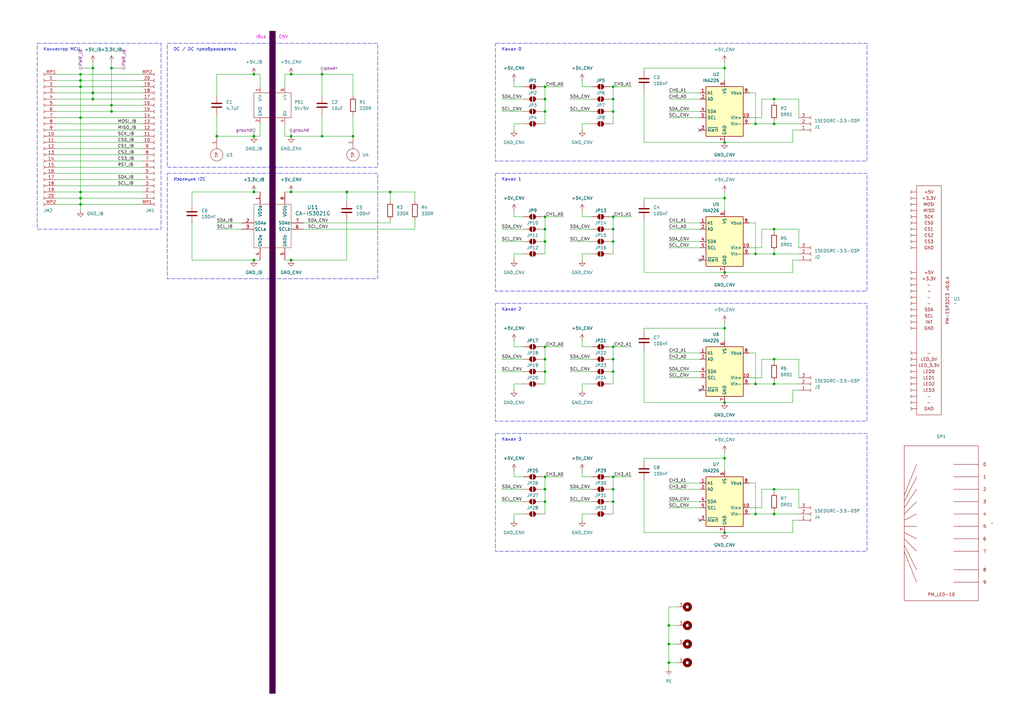
<source format=kicad_sch>
(kicad_sch (version 20250114) (generator "eeschema") (generator_version "9.0")
  (paper "A3")
  (title_block (title "${article} v${version}"))
  (rectangle (start 203.2 71.12) (end 355.6 119.38) (stroke (width 0) (type dash)))
  (rectangle (start 203.2 17.78) (end 355.6 66.04) (stroke (width 0) (type dash)))
  (rectangle (start 203.2 124.46) (end 355.6 172.72) (stroke (width 0) (type dash)))
  (rectangle (start 68.58 17.78) (end 154.94 68.58) (stroke (width 0) (type dash)))
  (rectangle (start 110.49 12.7) (end 113.03 284.48) (stroke (width 0) (type dot) (color 72 0 72 1)) (fill (type color) (color 72 0 72 1)))
  (rectangle (start 15.24 17.78) (end 66.04 93.98) (stroke (width 0) (type dash)))
  (rectangle (start 203.2 177.8) (end 355.6 226.06) (stroke (width 0) (type dash)))
  (rectangle (start 68.58 71.12) (end 154.94 114.3) (stroke (width 0) (type dash)))
  (text "IBus" (at 109.22 15.24 0) (effects (font (size 1.27 1.27)) (justify right)))
  (text "Канал 1" (at 205.74 73.66 0) (effects (font (size 1.27 1.27)) (justify left)))
  (text "DC / DC преобразователь" (at 71.12 20.32 0) (effects (font (size 1.27 1.27)) (justify left)))
  (text "Изоляция I2C" (at 71.12 73.66 0) (effects (font (size 1.27 1.27)) (justify left)))
  (text "Канал 3" (at 205.74 180.34 0) (effects (font (size 1.27 1.27)) (justify left)))
  (text "CNV" (at 114.3 15.24 0) (effects (font (size 1.27 1.27)) (justify left)))
  (text "Канал 2" (at 205.74 127 0) (effects (font (size 1.27 1.27)) (justify left)))
  (text "Канал 0" (at 205.74 20.32 0) (effects (font (size 1.27 1.27)) (justify left)))
  (text "Коннектор MCU" (at 17.78 20.32 0) (effects (font (size 1.27 1.27)) (justify left)))
  (junction (at 317.5 104.14))
  (junction (at 251.46 152.4))
  (junction (at 309.88 157.48))
  (junction (at 297.18 111.76))
  (junction (at 309.88 104.14))
  (junction (at 38.1 38.1))
  (junction (at 297.18 27.94))
  (junction (at 317.5 147.32))
  (junction (at 119.38 78.74))
  (junction (at 317.5 157.48))
  (junction (at 251.46 200.66))
  (junction (at 223.52 152.4))
  (junction (at 223.52 45.72))
  (junction (at 223.52 93.98))
  (junction (at 297.18 187.96))
  (junction (at 297.18 165.1))
  (junction (at 251.46 142.24))
  (junction (at 142.24 78.74))
  (junction (at 251.46 99.06))
  (junction (at 33.02 35.56))
  (junction (at 119.38 30.48))
  (junction (at 317.5 200.66))
  (junction (at 223.52 40.64))
  (junction (at 104.14 78.74))
  (junction (at 88.9 55.88))
  (junction (at 274.32 264.16))
  (junction (at 251.46 195.58))
  (junction (at 317.5 40.64))
  (junction (at 297.18 81.28))
  (junction (at 309.88 50.8))
  (junction (at 251.46 35.56))
  (junction (at 119.38 55.88))
  (junction (at 160.02 78.74))
  (junction (at 223.52 195.58))
  (junction (at 119.38 106.68))
  (junction (at 297.18 58.42))
  (junction (at 297.18 134.62))
  (junction (at 251.46 40.64))
  (junction (at 223.52 147.32))
  (junction (at 45.72 45.72))
  (junction (at 104.14 55.88))
  (junction (at 251.46 147.32))
  (junction (at 223.52 88.9))
  (junction (at 132.08 55.88))
  (junction (at 317.5 93.98))
  (junction (at 223.52 205.74))
  (junction (at 223.52 99.06))
  (junction (at 33.02 83.82))
  (junction (at 251.46 88.9))
  (junction (at 297.18 218.44))
  (junction (at 144.78 55.88))
  (junction (at 251.46 45.72))
  (junction (at 33.02 33.02))
  (junction (at 223.52 142.24))
  (junction (at 45.72 27.94))
  (junction (at 317.5 50.8))
  (junction (at 223.52 200.66))
  (junction (at 33.02 48.26))
  (junction (at 274.32 256.54))
  (junction (at 274.32 271.78))
  (junction (at 33.02 78.74))
  (junction (at 251.46 93.98))
  (junction (at 33.02 30.48))
  (junction (at 104.14 30.48))
  (junction (at 104.14 106.68))
  (junction (at 38.1 27.94))
  (junction (at 251.46 205.74))
  (junction (at 45.72 43.18))
  (junction (at 317.5 210.82))
  (junction (at 309.88 210.82))
  (junction (at 132.08 30.48))
  (junction (at 33.02 81.28))
  (junction (at 38.1 40.64))
  (junction (at 223.52 35.56))
  (no_connect (at 287.02 213.36))
  (no_connect (at 287.02 106.68))
  (no_connect (at 287.02 160.02))
  (no_connect (at 287.02 53.34))
  (wire (pts (xy 223.52 45.72) (xy 223.52 50.8)))
  (wire (pts (xy 33.02 35.56) (xy 33.02 48.26)))
  (wire (pts (xy 250.19 195.58) (xy 251.46 195.58)))
  (wire (pts (xy 132.08 39.37) (xy 132.08 30.48)))
  (wire (pts (xy 22.86 71.12) (xy 58.42 71.12)))
  (wire (pts (xy 264.16 196.85) (xy 264.16 218.44)))
  (wire (pts (xy 264.16 165.1) (xy 297.18 165.1)))
  (wire (pts (xy 223.52 88.9) (xy 231.14 88.9)))
  (wire (pts (xy 223.52 195.58) (xy 223.52 200.66)))
  (wire (pts (xy 274.32 154.94) (xy 287.02 154.94)))
  (wire (pts (xy 233.68 40.64) (xy 242.57 40.64)))
  (wire (pts (xy 307.34 208.28) (xy 312.42 208.28)))
  (wire (pts (xy 250.19 147.32) (xy 251.46 147.32)))
  (wire (pts (xy 238.76 195.58) (xy 242.57 195.58)))
  (wire (pts (xy 33.02 83.82) (xy 58.42 83.82)))
  (wire (pts (xy 312.42 40.64) (xy 312.42 48.26)))
  (wire (pts (xy 238.76 193.04) (xy 238.76 195.58)))
  (wire (pts (xy 264.16 82.55) (xy 264.16 81.28)))
  (wire (pts (xy 307.34 48.26) (xy 312.42 48.26)))
  (wire (pts (xy 278.13 256.54) (xy 274.32 256.54)))
  (wire (pts (xy 22.86 38.1) (xy 38.1 38.1)))
  (wire (pts (xy 238.76 139.7) (xy 238.76 142.24)))
  (wire (pts (xy 142.24 90.17) (xy 142.24 106.68)))
  (wire (pts (xy 309.88 50.8) (xy 317.5 50.8)))
  (wire (pts (xy 312.42 200.66) (xy 317.5 200.66)))
  (wire (pts (xy 160.02 78.74) (xy 170.18 78.74)))
  (wire (pts (xy 38.1 38.1) (xy 38.1 40.64)))
  (wire (pts (xy 132.08 46.99) (xy 132.08 55.88)))
  (wire (pts (xy 251.46 35.56) (xy 259.08 35.56)))
  (wire (pts (xy 251.46 45.72) (xy 251.46 50.8)))
  (wire (pts (xy 251.46 142.24) (xy 259.08 142.24)))
  (wire (pts (xy 223.52 35.56) (xy 223.52 40.64)))
  (wire (pts (xy 119.38 55.88) (xy 132.08 55.88)))
  (wire (pts (xy 22.86 35.56) (xy 33.02 35.56)))
  (wire (pts (xy 22.86 55.88) (xy 58.42 55.88)))
  (wire (pts (xy 317.5 147.32) (xy 317.5 148.59)))
  (wire (pts (xy 297.18 111.76) (xy 325.12 111.76)))
  (wire (pts (xy 250.19 45.72) (xy 251.46 45.72)))
  (wire (pts (xy 278.13 248.92) (xy 274.32 248.92)))
  (wire (pts (xy 238.76 86.36) (xy 238.76 88.9)))
  (wire (pts (xy 297.18 81.28) (xy 264.16 81.28)))
  (wire (pts (xy 238.76 213.36) (xy 238.76 210.82)))
  (wire (pts (xy 274.32 256.54) (xy 274.32 264.16)))
  (wire (pts (xy 317.5 104.14) (xy 327.66 104.14)))
  (wire (pts (xy 317.5 210.82) (xy 327.66 210.82)))
  (wire (pts (xy 250.19 35.56) (xy 251.46 35.56)))
  (wire (pts (xy 307.34 38.1) (xy 309.88 38.1)))
  (wire (pts (xy 170.18 90.17) (xy 170.18 93.98)))
  (wire (pts (xy 327.66 213.36) (xy 325.12 213.36)))
  (wire (pts (xy 238.76 88.9) (xy 242.57 88.9)))
  (wire (pts (xy 274.32 200.66) (xy 287.02 200.66)))
  (wire (pts (xy 251.46 147.32) (xy 251.46 152.4)))
  (wire (pts (xy 250.19 40.64) (xy 251.46 40.64)))
  (wire (pts (xy 22.86 53.34) (xy 58.42 53.34)))
  (wire (pts (xy 88.9 30.48) (xy 104.14 30.48)))
  (wire (pts (xy 33.02 81.28) (xy 33.02 83.82)))
  (wire (pts (xy 222.25 195.58) (xy 223.52 195.58)))
  (wire (pts (xy 210.82 213.36) (xy 210.82 210.82)))
  (wire (pts (xy 233.68 99.06) (xy 242.57 99.06)))
  (wire (pts (xy 307.34 198.12) (xy 309.88 198.12)))
  (wire (pts (xy 222.25 200.66) (xy 223.52 200.66)))
  (wire (pts (xy 223.52 99.06) (xy 223.52 104.14)))
  (wire (pts (xy 264.16 189.23) (xy 264.16 187.96)))
  (wire (pts (xy 222.25 99.06) (xy 223.52 99.06)))
  (wire (pts (xy 327.66 160.02) (xy 325.12 160.02)))
  (wire (pts (xy 278.13 264.16) (xy 274.32 264.16)))
  (wire (pts (xy 223.52 93.98) (xy 223.52 99.06)))
  (wire (pts (xy 251.46 40.64) (xy 251.46 45.72)))
  (wire (pts (xy 238.76 160.02) (xy 238.76 157.48)))
  (wire (pts (xy 297.18 58.42) (xy 325.12 58.42)))
  (wire (pts (xy 250.19 200.66) (xy 251.46 200.66)))
  (wire (pts (xy 144.78 30.48) (xy 132.08 30.48)))
  (wire (pts (xy 327.66 40.64) (xy 327.66 48.26)))
  (wire (pts (xy 307.34 154.94) (xy 312.42 154.94)))
  (wire (pts (xy 33.02 81.28) (xy 58.42 81.28)))
  (wire (pts (xy 33.02 78.74) (xy 58.42 78.74)))
  (wire (pts (xy 33.02 78.74) (xy 33.02 81.28)))
  (wire (pts (xy 274.32 45.72) (xy 287.02 45.72)))
  (wire (pts (xy 38.1 40.64) (xy 58.42 40.64)))
  (wire (pts (xy 22.86 78.74) (xy 33.02 78.74)))
  (wire (pts (xy 210.82 33.02) (xy 210.82 35.56)))
  (wire (pts (xy 142.24 78.74) (xy 160.02 78.74)))
  (wire (pts (xy 325.12 160.02) (xy 325.12 165.1)))
  (wire (pts (xy 210.82 210.82) (xy 214.63 210.82)))
  (wire (pts (xy 312.42 93.98) (xy 312.42 101.6)))
  (wire (pts (xy 45.72 27.94) (xy 45.72 43.18)))
  (wire (pts (xy 88.9 93.98) (xy 99.06 93.98)))
  (wire (pts (xy 274.32 274.32) (xy 274.32 271.78)))
  (wire (pts (xy 38.1 25.4) (xy 38.1 27.94)))
  (wire (pts (xy 325.12 106.68) (xy 325.12 111.76)))
  (wire (pts (xy 251.46 88.9) (xy 259.08 88.9)))
  (wire (pts (xy 297.18 78.74) (xy 297.18 81.28)))
  (wire (pts (xy 307.34 91.44) (xy 309.88 91.44)))
  (wire (pts (xy 327.66 147.32) (xy 317.5 147.32)))
  (wire (pts (xy 210.82 104.14) (xy 214.63 104.14)))
  (wire (pts (xy 250.19 157.48) (xy 251.46 157.48)))
  (wire (pts (xy 233.68 147.32) (xy 242.57 147.32)))
  (wire (pts (xy 274.32 147.32) (xy 287.02 147.32)))
  (wire (pts (xy 222.25 205.74) (xy 223.52 205.74)))
  (wire (pts (xy 22.86 68.58) (xy 58.42 68.58)))
  (wire (pts (xy 312.42 200.66) (xy 312.42 208.28)))
  (wire (pts (xy 144.78 46.99) (xy 144.78 55.88)))
  (wire (pts (xy 317.5 102.87) (xy 317.5 104.14)))
  (wire (pts (xy 317.5 156.21) (xy 317.5 157.48)))
  (wire (pts (xy 274.32 264.16) (xy 274.32 271.78)))
  (wire (pts (xy 33.02 33.02) (xy 58.42 33.02)))
  (wire (pts (xy 119.38 30.48) (xy 132.08 30.48)))
  (wire (pts (xy 250.19 152.4) (xy 251.46 152.4)))
  (wire (pts (xy 274.32 93.98) (xy 287.02 93.98)))
  (wire (pts (xy 205.74 45.72) (xy 214.63 45.72)))
  (wire (pts (xy 250.19 93.98) (xy 251.46 93.98)))
  (wire (pts (xy 307.34 144.78) (xy 309.88 144.78)))
  (wire (pts (xy 309.88 210.82) (xy 317.5 210.82)))
  (wire (pts (xy 317.5 49.53) (xy 317.5 50.8)))
  (wire (pts (xy 274.32 101.6) (xy 287.02 101.6)))
  (wire (pts (xy 238.76 104.14) (xy 242.57 104.14)))
  (wire (pts (xy 22.86 58.42) (xy 58.42 58.42)))
  (wire (pts (xy 250.19 88.9) (xy 251.46 88.9)))
  (wire (pts (xy 307.34 104.14) (xy 309.88 104.14)))
  (wire (pts (xy 274.32 152.4) (xy 287.02 152.4)))
  (wire (pts (xy 251.46 205.74) (xy 251.46 210.82)))
  (wire (pts (xy 309.88 144.78) (xy 309.88 157.48)))
  (wire (pts (xy 210.82 157.48) (xy 214.63 157.48)))
  (wire (pts (xy 205.74 147.32) (xy 214.63 147.32)))
  (wire (pts (xy 33.02 48.26) (xy 58.42 48.26)))
  (wire (pts (xy 264.16 58.42) (xy 297.18 58.42)))
  (wire (pts (xy 104.14 55.88) (xy 106.68 55.88)))
  (wire (pts (xy 297.18 218.44) (xy 325.12 218.44)))
  (wire (pts (xy 116.84 30.48) (xy 119.38 30.48)))
  (wire (pts (xy 210.82 35.56) (xy 214.63 35.56)))
  (wire (pts (xy 264.16 143.51) (xy 264.16 165.1)))
  (wire (pts (xy 251.46 142.24) (xy 251.46 147.32)))
  (wire (pts (xy 223.52 142.24) (xy 223.52 147.32)))
  (wire (pts (xy 264.16 135.89) (xy 264.16 134.62)))
  (wire (pts (xy 297.18 27.94) (xy 264.16 27.94)))
  (wire (pts (xy 22.86 73.66) (xy 58.42 73.66)))
  (wire (pts (xy 274.32 248.92) (xy 274.32 256.54)))
  (wire (pts (xy 210.82 88.9) (xy 214.63 88.9)))
  (wire (pts (xy 78.74 78.74) (xy 104.14 78.74)))
  (wire (pts (xy 210.82 86.36) (xy 210.82 88.9)))
  (wire (pts (xy 297.18 25.4) (xy 297.18 27.94)))
  (wire (pts (xy 223.52 142.24) (xy 231.14 142.24)))
  (wire (pts (xy 22.86 76.2) (xy 58.42 76.2)))
  (wire (pts (xy 264.16 36.83) (xy 264.16 58.42)))
  (wire (pts (xy 33.02 83.82) (xy 33.02 86.36)))
  (wire (pts (xy 205.74 40.64) (xy 214.63 40.64)))
  (wire (pts (xy 297.18 81.28) (xy 297.18 86.36)))
  (wire (pts (xy 210.82 195.58) (xy 214.63 195.58)))
  (wire (pts (xy 22.86 60.96) (xy 58.42 60.96)))
  (wire (pts (xy 222.25 210.82) (xy 223.52 210.82)))
  (wire (pts (xy 317.5 93.98) (xy 317.5 95.25)))
  (wire (pts (xy 124.46 93.98) (xy 170.18 93.98)))
  (wire (pts (xy 238.76 157.48) (xy 242.57 157.48)))
  (wire (pts (xy 104.14 78.74) (xy 106.68 78.74)))
  (wire (pts (xy 223.52 152.4) (xy 223.52 157.48)))
  (wire (pts (xy 238.76 106.68) (xy 238.76 104.14)))
  (wire (pts (xy 274.32 40.64) (xy 287.02 40.64)))
  (wire (pts (xy 22.86 30.48) (xy 33.02 30.48)))
  (wire (pts (xy 210.82 193.04) (xy 210.82 195.58)))
  (wire (pts (xy 317.5 40.64) (xy 317.5 41.91)))
  (wire (pts (xy 297.18 187.96) (xy 297.18 193.04)))
  (wire (pts (xy 78.74 83.82) (xy 78.74 78.74)))
  (wire (pts (xy 327.66 40.64) (xy 317.5 40.64)))
  (wire (pts (xy 251.46 152.4) (xy 251.46 157.48)))
  (wire (pts (xy 210.82 139.7) (xy 210.82 142.24)))
  (wire (pts (xy 297.18 134.62) (xy 264.16 134.62)))
  (wire (pts (xy 33.02 30.48) (xy 58.42 30.48)))
  (wire (pts (xy 233.68 93.98) (xy 242.57 93.98)))
  (wire (pts (xy 222.25 157.48) (xy 223.52 157.48)))
  (wire (pts (xy 251.46 200.66) (xy 251.46 205.74)))
  (wire (pts (xy 307.34 210.82) (xy 309.88 210.82)))
  (wire (pts (xy 250.19 210.82) (xy 251.46 210.82)))
  (wire (pts (xy 45.72 45.72) (xy 58.42 45.72)))
  (wire (pts (xy 210.82 160.02) (xy 210.82 157.48)))
  (wire (pts (xy 274.32 91.44) (xy 287.02 91.44)))
  (wire (pts (xy 210.82 50.8) (xy 214.63 50.8)))
  (wire (pts (xy 205.74 99.06) (xy 214.63 99.06)))
  (wire (pts (xy 307.34 50.8) (xy 309.88 50.8)))
  (wire (pts (xy 22.86 81.28) (xy 33.02 81.28)))
  (wire (pts (xy 223.52 195.58) (xy 231.14 195.58)))
  (wire (pts (xy 223.52 40.64) (xy 223.52 45.72)))
  (wire (pts (xy 317.5 50.8) (xy 327.66 50.8)))
  (wire (pts (xy 250.19 50.8) (xy 251.46 50.8)))
  (wire (pts (xy 307.34 157.48) (xy 309.88 157.48)))
  (wire (pts (xy 327.66 200.66) (xy 317.5 200.66)))
  (wire (pts (xy 238.76 50.8) (xy 242.57 50.8)))
  (wire (pts (xy 250.19 142.24) (xy 251.46 142.24)))
  (wire (pts (xy 222.25 142.24) (xy 223.52 142.24)))
  (wire (pts (xy 222.25 45.72) (xy 223.52 45.72)))
  (wire (pts (xy 88.9 46.99) (xy 88.9 55.88)))
  (wire (pts (xy 222.25 35.56) (xy 223.52 35.56)))
  (wire (pts (xy 327.66 147.32) (xy 327.66 154.94)))
  (wire (pts (xy 144.78 55.88) (xy 132.08 55.88)))
  (wire (pts (xy 274.32 208.28) (xy 287.02 208.28)))
  (wire (pts (xy 251.46 88.9) (xy 251.46 93.98)))
  (wire (pts (xy 312.42 40.64) (xy 317.5 40.64)))
  (wire (pts (xy 223.52 88.9) (xy 223.52 93.98)))
  (wire (pts (xy 233.68 205.74) (xy 242.57 205.74)))
  (wire (pts (xy 312.42 147.32) (xy 317.5 147.32)))
  (wire (pts (xy 327.66 53.34) (xy 325.12 53.34)))
  (wire (pts (xy 116.84 30.48) (xy 116.84 35.56)))
  (wire (pts (xy 312.42 147.32) (xy 312.42 154.94)))
  (wire (pts (xy 251.46 35.56) (xy 251.46 40.64)))
  (wire (pts (xy 309.88 104.14) (xy 317.5 104.14)))
  (wire (pts (xy 88.9 55.88) (xy 104.14 55.88)))
  (wire (pts (xy 22.86 45.72) (xy 45.72 45.72)))
  (wire (pts (xy 116.84 50.8) (xy 116.84 55.88)))
  (wire (pts (xy 88.9 39.37) (xy 88.9 30.48)))
  (wire (pts (xy 223.52 205.74) (xy 223.52 210.82)))
  (wire (pts (xy 22.86 50.8) (xy 58.42 50.8)))
  (wire (pts (xy 251.46 195.58) (xy 259.08 195.58)))
  (wire (pts (xy 317.5 200.66) (xy 317.5 201.93)))
  (wire (pts (xy 274.32 99.06) (xy 287.02 99.06)))
  (wire (pts (xy 297.18 165.1) (xy 325.12 165.1)))
  (wire (pts (xy 327.66 93.98) (xy 327.66 101.6)))
  (wire (pts (xy 38.1 38.1) (xy 58.42 38.1)))
  (wire (pts (xy 238.76 33.02) (xy 238.76 35.56)))
  (wire (pts (xy 210.82 142.24) (xy 214.63 142.24)))
  (wire (pts (xy 317.5 157.48) (xy 327.66 157.48)))
  (wire (pts (xy 104.14 30.48) (xy 106.68 30.48)))
  (wire (pts (xy 264.16 111.76) (xy 297.18 111.76)))
  (wire (pts (xy 222.25 88.9) (xy 223.52 88.9)))
  (wire (pts (xy 160.02 78.74) (xy 160.02 82.55)))
  (wire (pts (xy 309.88 157.48) (xy 317.5 157.48)))
  (wire (pts (xy 297.18 185.42) (xy 297.18 187.96)))
  (wire (pts (xy 205.74 205.74) (xy 214.63 205.74)))
  (wire (pts (xy 264.16 218.44) (xy 297.18 218.44)))
  (wire (pts (xy 297.18 187.96) (xy 264.16 187.96)))
  (wire (pts (xy 222.25 50.8) (xy 223.52 50.8)))
  (wire (pts (xy 297.18 27.94) (xy 297.18 33.02)))
  (wire (pts (xy 22.86 48.26) (xy 33.02 48.26)))
  (wire (pts (xy 250.19 104.14) (xy 251.46 104.14)))
  (wire (pts (xy 144.78 39.37) (xy 144.78 30.48)))
  (wire (pts (xy 233.68 152.4) (xy 242.57 152.4)))
  (wire (pts (xy 223.52 147.32) (xy 223.52 152.4)))
  (wire (pts (xy 222.25 93.98) (xy 223.52 93.98)))
  (wire (pts (xy 309.88 38.1) (xy 309.88 50.8)))
  (wire (pts (xy 312.42 93.98) (xy 317.5 93.98)))
  (wire (pts (xy 33.02 33.02) (xy 33.02 35.56)))
  (wire (pts (xy 142.24 82.55) (xy 142.24 78.74)))
  (wire (pts (xy 250.19 99.06) (xy 251.46 99.06)))
  (wire (pts (xy 274.32 48.26) (xy 287.02 48.26)))
  (wire (pts (xy 160.02 90.17) (xy 160.02 91.44)))
  (wire (pts (xy 106.68 50.8) (xy 106.68 55.88)))
  (wire (pts (xy 22.86 40.64) (xy 38.1 40.64)))
  (wire (pts (xy 22.86 43.18) (xy 45.72 43.18)))
  (wire (pts (xy 116.84 78.74) (xy 119.38 78.74)))
  (wire (pts (xy 309.88 198.12) (xy 309.88 210.82)))
  (wire (pts (xy 33.02 48.26) (xy 33.02 78.74)))
  (wire (pts (xy 327.66 200.66) (xy 327.66 208.28)))
  (wire (pts (xy 106.68 106.68) (xy 104.14 106.68)))
  (wire (pts (xy 106.68 30.48) (xy 106.68 35.56)))
  (wire (pts (xy 38.1 27.94) (xy 38.1 38.1)))
  (wire (pts (xy 309.88 91.44) (xy 309.88 104.14)))
  (wire (pts (xy 205.74 200.66) (xy 214.63 200.66)))
  (wire (pts (xy 45.72 43.18) (xy 45.72 45.72)))
  (wire (pts (xy 250.19 205.74) (xy 251.46 205.74)))
  (wire (pts (xy 22.86 33.02) (xy 33.02 33.02)))
  (wire (pts (xy 170.18 78.74) (xy 170.18 82.55)))
  (wire (pts (xy 327.66 106.68) (xy 325.12 106.68)))
  (wire (pts (xy 325.12 53.34) (xy 325.12 58.42)))
  (wire (pts (xy 205.74 93.98) (xy 214.63 93.98)))
  (wire (pts (xy 88.9 91.44) (xy 99.06 91.44)))
  (wire (pts (xy 78.74 91.44) (xy 78.74 106.68)))
  (wire (pts (xy 238.76 53.34) (xy 238.76 50.8)))
  (wire (pts (xy 238.76 142.24) (xy 242.57 142.24)))
  (wire (pts (xy 251.46 93.98) (xy 251.46 99.06)))
  (wire (pts (xy 142.24 106.68) (xy 119.38 106.68)))
  (wire (pts (xy 33.02 35.56) (xy 58.42 35.56)))
  (wire (pts (xy 238.76 35.56) (xy 242.57 35.56)))
  (wire (pts (xy 297.18 134.62) (xy 297.18 139.7)))
  (wire (pts (xy 45.72 25.4) (xy 45.72 27.94)))
  (wire (pts (xy 222.25 152.4) (xy 223.52 152.4)))
  (wire (pts (xy 274.32 205.74) (xy 287.02 205.74)))
  (wire (pts (xy 222.25 147.32) (xy 223.52 147.32)))
  (wire (pts (xy 251.46 99.06) (xy 251.46 104.14)))
  (wire (pts (xy 264.16 90.17) (xy 264.16 111.76)))
  (wire (pts (xy 233.68 45.72) (xy 242.57 45.72)))
  (wire (pts (xy 22.86 83.82) (xy 33.02 83.82)))
  (wire (pts (xy 327.66 93.98) (xy 317.5 93.98)))
  (wire (pts (xy 116.84 55.88) (xy 119.38 55.88)))
  (wire (pts (xy 325.12 213.36) (xy 325.12 218.44)))
  (wire (pts (xy 22.86 66.04) (xy 58.42 66.04)))
  (wire (pts (xy 210.82 106.68) (xy 210.82 104.14)))
  (wire (pts (xy 124.46 91.44) (xy 160.02 91.44)))
  (wire (pts (xy 274.32 38.1) (xy 287.02 38.1)))
  (wire (pts (xy 205.74 152.4) (xy 214.63 152.4)))
  (wire (pts (xy 297.18 132.08) (xy 297.18 134.62)))
  (wire (pts (xy 35.56 27.94) (xy 38.1 27.94)))
  (wire (pts (xy 222.25 104.14) (xy 223.52 104.14)))
  (wire (pts (xy 251.46 195.58) (xy 251.46 200.66)))
  (wire (pts (xy 274.32 144.78) (xy 287.02 144.78)))
  (wire (pts (xy 223.52 200.66) (xy 223.52 205.74)))
  (wire (pts (xy 22.86 63.5) (xy 58.42 63.5)))
  (wire (pts (xy 274.32 271.78) (xy 278.13 271.78)))
  (wire (pts (xy 104.14 106.68) (xy 78.74 106.68)))
  (wire (pts (xy 119.38 78.74) (xy 142.24 78.74)))
  (wire (pts (xy 33.02 30.48) (xy 33.02 33.02)))
  (wire (pts (xy 210.82 53.34) (xy 210.82 50.8)))
  (wire (pts (xy 119.38 106.68) (xy 116.84 106.68)))
  (wire (pts (xy 222.25 40.64) (xy 223.52 40.64)))
  (wire (pts (xy 45.72 43.18) (xy 58.42 43.18)))
  (wire (pts (xy 223.52 35.56) (xy 231.14 35.56)))
  (wire (pts (xy 274.32 198.12) (xy 287.02 198.12)))
  (wire (pts (xy 233.68 200.66) (xy 242.57 200.66)))
  (wire (pts (xy 238.76 210.82) (xy 242.57 210.82)))
  (wire (pts (xy 48.26 27.94) (xy 45.72 27.94)))
  (wire (pts (xy 317.5 209.55) (xy 317.5 210.82)))
  (wire (pts (xy 307.34 101.6) (xy 312.42 101.6)))
  (wire (pts (xy 264.16 29.21) (xy 264.16 27.94)))
  (label "SCL_CNV" (at 274.32 48.26 0))
  (label "SDA_IB" (at 88.9 91.44 0))
  (label "SCL_CNV" (at 233.68 152.4 0))
  (label "CH1_A1" (at 274.32 91.44 0))
  (label "SDA_CNV" (at 205.74 200.66 0))
  (label "CH2_A0" (at 231.14 142.24 180))
  (label "SCL_IB" (at 48.26 76.2 0))
  (label "CH3_A1" (at 274.32 198.12 0))
  (label "SDA_IB" (at 48.26 73.66 0))
  (label "SDA_CNV" (at 205.74 40.64 0))
  (label "SCL_CNV" (at 205.74 99.06 0))
  (label "SDA_CNV" (at 233.68 147.32 0))
  (label "CH3_A0" (at 231.14 195.58 180))
  (label "CH1_A1" (at 259.08 88.9 180))
  (label "SCL_CNV" (at 205.74 45.72 0))
  (label "CH0_A0" (at 231.14 35.56 180))
  (label "CS0_IB" (at 48.26 58.42 0))
  (label "SCL_CNV" (at 233.68 205.74 0))
  (label "MISO_IB" (at 48.26 53.34 0))
  (label "SCL_IB" (at 88.9 93.98 0))
  (label "CH2_A1" (at 274.32 144.78 0))
  (label "SDA_CNV" (at 205.74 147.32 0))
  (label "MOSI_IB" (at 48.26 50.8 0))
  (label "CH0_A1" (at 259.08 35.56 180))
  (label "SCL_CNV" (at 233.68 45.72 0))
  (label "SDA_CNV" (at 205.74 93.98 0))
  (label "CH0_A1" (at 274.32 38.1 0))
  (label "SDA_CNV" (at 134.62 91.44 180))
  (label "CH3_A0" (at 274.32 200.66 0))
  (label "CH0_A0" (at 274.32 40.64 0))
  (label "SCL_CNV" (at 205.74 152.4 0))
  (label "CS1_IB" (at 48.26 60.96 0))
  (label "SCL_CNV" (at 274.32 208.28 0))
  (label "CS3_IB" (at 48.26 66.04 0))
  (label "SDA_CNV" (at 233.68 40.64 0))
  (label "CH1_A0" (at 274.32 93.98 0))
  (label "SDA_CNV" (at 274.32 205.74 0))
  (label "SCL_CNV" (at 134.62 93.98 180))
  (label "CH1_A0" (at 231.14 88.9 180))
  (label "CH2_A0" (at 274.32 147.32 0))
  (label "SDA_CNV" (at 274.32 45.72 0))
  (label "SCL_CNV" (at 233.68 99.06 0))
  (label "SCL_CNV" (at 205.74 205.74 0))
  (label "SDA_CNV" (at 274.32 99.06 0))
  (label "SDA_CNV" (at 233.68 93.98 0))
  (label "SCK_IB" (at 48.26 55.88 0))
  (label "CH3_A1" (at 259.08 195.58 180))
  (label "CH2_A1" (at 259.08 142.24 180))
  (label "SDA_CNV" (at 233.68 200.66 0))
  (label "CS2_IB" (at 48.26 63.5 0))
  (label "SCL_CNV" (at 274.32 154.94 0))
  (label "RST_IB" (at 48.26 68.58 0))
  (label "SCL_CNV" (at 274.32 101.6 0))
  (label "SDA_CNV" (at 274.32 152.4 0))
  (netclass_flag "" (length 2.54) (shape round) (at 35.56 27.94 90) (property "Netclass" "PWR_IB" (at 33.02 27.2415 90) (effects (font (italic yes)) (justify left))))
  (netclass_flag "" (length 2.54) (shape round) (at 119.38 55.88 0) (property "Netclass" "ground" (at 120.0785 53.34 0) (effects (font (italic yes)) (justify left))))
  (netclass_flag "" (length 2.54) (shape round) (at 48.26 27.94 270) (property "Netclass" "PWR_IB" (at 50.8 27.2415 90) (effects (font (italic yes)) (justify left))))
  (netclass_flag "" (length 2.54) (shape round) (at 104.14 55.88 0) (property "Netclass" "ground" (at 103.4415 53.34 0) (effects (font (italic yes)) (justify right))))
  (netclass_flag "" (length 2.54) (shape round) (at 132.08 30.48 0) (property "Netclass" "power" (at 132.7785 27.94 0) (effects (font (italic yes)) (justify left))))
  (symbol (lib_id "power:+5V") (at 238.76 139.7 0) (unit 1)
    (property "Reference" "#PWR017" (effects (hide yes)))
    (property "Value" "+5V_CNV" (at 238.76 134.62 0))
    (property "Description" "Power symbol creates a global label with name \"+5V\"" (effects (hide yes)))
  )
  (symbol (lib_id "kicad_inventree_lib:R_330R_0603_1%") (at 170.18 86.36 0) (unit 1)
    (property "Reference" "R4" (at 172.72 85.0899 0) (effects (justify left)))
    (property "Value" "330R" (at 172.72 87.6299 0) (effects (justify left)))
    (property "Footprint" "Resistor_SMD:R_0603_1608Metric" (effects (hide yes)))
    (property "Datasheet" "http://inventree.network/part/235/" (effects (hide yes)))
    (property "Description" "Resistor" (effects (hide yes)))
    (property "part_ipn" "R_330R_0603_1%" (effects (hide yes)))
  )
  (symbol (lib_id "kicad_inventree_lib:SolderJumper_2_Open") (at 218.44 195.58 0) (unit 1) (in_bom no)
    (property "Reference" "JP25" (at 218.44 193.04 0))
    (property "Value" "SolderJumper_2_Open" (effects (hide yes)))
    (property "Footprint" "kicad_inventree_lib:SolderJumper-2_P1.3mm_Open_RoundedPad1.0x1.5mm" (effects (hide yes)))
    (property "Description" "Solder Jumper, 2-pole, open" (effects (hide yes)))
  )
  (symbol (lib_id "kicad_inventree_lib:SolderJumper_2_Open") (at 246.38 200.66 0) (unit 1) (in_bom no)
    (property "Reference" "JP30" (at 246.38 198.12 0))
    (property "Value" "SolderJumper_2_Open" (effects (hide yes)))
    (property "Footprint" "kicad_inventree_lib:SolderJumper-2_P1.3mm_Open_RoundedPad1.0x1.5mm" (effects (hide yes)))
    (property "Description" "Solder Jumper, 2-pole, open" (effects (hide yes)))
  )
  (symbol (lib_id "kicad_inventree_lib:SolderJumper_2_Open") (at 218.44 50.8 0) (unit 1) (in_bom no)
    (property "Reference" "JP4" (at 218.44 48.26 0))
    (property "Value" "SolderJumper_2_Open" (effects (hide yes)))
    (property "Footprint" "kicad_inventree_lib:SolderJumper-2_P1.3mm_Open_RoundedPad1.0x1.5mm" (effects (hide yes)))
    (property "Description" "Solder Jumper, 2-pole, open" (effects (hide yes)))
  )
  (symbol (lib_id "kicad_inventree_lib: C_4.7uF_16V_0805_MLCC-X7R") (at 88.9 43.18 0) (unit 1)
    (property "Reference" "C1" (at 92.71 41.9099 0) (effects (justify left)))
    (property "Value" "4.7uF" (at 92.71 44.4499 0) (effects (justify left)))
    (property "Footprint" "Capacitor_SMD:C_0805_2012Metric" (effects (hide yes)))
    (property "Datasheet" "http://inventree.network/part/300" (effects (hide yes)))
    (property "Description" "Unpolarized capacitor" (effects (hide yes)))
    (property "part_ipn" " C_4.7uF_16V_0805_MLCC-X7R" (effects (hide yes)))
  )
  (symbol (lib_id "kicad_inventree_lib:SolderJumper_2_Open") (at 246.38 195.58 0) (unit 1) (in_bom no)
    (property "Reference" "JP29" (at 246.38 193.04 0))
    (property "Value" "SolderJumper_2_Open" (effects (hide yes)))
    (property "Footprint" "kicad_inventree_lib:SolderJumper-2_P1.3mm_Open_RoundedPad1.0x1.5mm" (effects (hide yes)))
    (property "Description" "Solder Jumper, 2-pole, open" (effects (hide yes)))
  )
  (symbol (lib_id "power:GND") (at 238.76 213.36 0) (unit 1)
    (property "Reference" "#PWR025" (effects (hide yes)))
    (property "Value" "GND_CNV" (at 238.76 218.44 0))
    (property "Description" "Power symbol creates a global label with name \"GND\" , ground" (effects (hide yes)))
  )
  (symbol (lib_id "power:GND") (at 210.82 53.34 0) (unit 1)
    (property "Reference" "#PWR0104" (effects (hide yes)))
    (property "Value" "GND_CNV" (at 210.82 58.42 0))
    (property "Description" "Power symbol creates a global label with name \"GND\" , ground" (effects (hide yes)))
  )
  (symbol (lib_id "Sensor_Energy:INA226") (at 297.18 45.72 0) (mirror y) (unit 1)
    (property "Reference" "U2" (at 295.0367 30.48 0) (effects (justify left)))
    (property "Value" "INA226" (at 295.0367 33.02 0) (effects (justify left)))
    (property "Footprint" "Package_SO:VSSOP-10_3x3mm_P0.5mm" (effects (hide yes)))
    (property "Datasheet" "http://www.ti.com/lit/ds/symlink/ina226.pdf" (effects (hide yes)))
    (property "Description" "High-Side or Low-Side Measurement, Bi-Directional Current and Power Monitor (0-36V) with I2C Compatible Interface, VSSOP-10" (effects (hide yes)))
  )
  (symbol (lib_id "kicad_inventree_lib:SolderJumper_2_Open") (at 246.38 210.82 0) (unit 1) (in_bom no)
    (property "Reference" "JP32" (at 246.38 208.28 0))
    (property "Value" "SolderJumper_2_Open" (effects (hide yes)))
    (property "Footprint" "kicad_inventree_lib:SolderJumper-2_P1.3mm_Open_RoundedPad1.0x1.5mm" (effects (hide yes)))
    (property "Description" "Solder Jumper, 2-pole, open" (effects (hide yes)))
  )
  (symbol (lib_id "kicad_inventree_lib:R_220R_0603_1%") (at 144.78 43.18 0) (unit 1)
    (property "Reference" "R1" (at 147.32 41.9099 0) (effects (justify left)))
    (property "Value" "220R" (at 147.32 44.4499 0) (effects (justify left)))
    (property "Footprint" "Resistor_SMD:R_0603_1608Metric" (effects (hide yes)))
    (property "Datasheet" "http://inventree.network/web/part/351/details" (effects (hide yes)))
    (property "Description" "Resistor" (effects (hide yes)))
    (property "part_ipn" "R_220R_0603_1%" (effects (hide yes)))
  )
  (symbol (lib_id "kicad_inventree_lib:SolderJumper_2_Open") (at 218.44 205.74 0) (unit 1) (in_bom no)
    (property "Reference" "JP27" (at 218.44 203.2 0))
    (property "Value" "SolderJumper_2_Open" (effects (hide yes)))
    (property "Footprint" "kicad_inventree_lib:SolderJumper-2_P1.3mm_Open_RoundedPad1.0x1.5mm" (effects (hide yes)))
    (property "Description" "Solder Jumper, 2-pole, open" (effects (hide yes)))
  )
  (symbol (lib_id "kicad_inventree_lib:SolderJumper_2_Open") (at 246.38 50.8 0) (unit 1) (in_bom no)
    (property "Reference" "JP8" (at 246.38 48.26 0))
    (property "Value" "SolderJumper_2_Open" (effects (hide yes)))
    (property "Footprint" "kicad_inventree_lib:SolderJumper-2_P1.3mm_Open_RoundedPad1.0x1.5mm" (effects (hide yes)))
    (property "Description" "Solder Jumper, 2-pole, open" (effects (hide yes)))
  )
  (symbol (lib_id "kicad_inventree_lib:SolderJumper_2_Open") (at 218.44 45.72 0) (unit 1) (in_bom no)
    (property "Reference" "JP3" (at 218.44 43.18 0))
    (property "Value" "SolderJumper_2_Open" (effects (hide yes)))
    (property "Footprint" "kicad_inventree_lib:SolderJumper-2_P1.3mm_Open_RoundedPad1.0x1.5mm" (effects (hide yes)))
    (property "Description" "Solder Jumper, 2-pole, open" (effects (hide yes)))
  )
  (symbol (lib_id "power:+5V") (at 119.38 78.74 0) (unit 1)
    (property "Reference" "#PWR029" (effects (hide yes)))
    (property "Value" "+5V_CNV" (at 119.38 73.66 0))
    (property "Description" "Power symbol creates a global label with name \"+5V\"" (effects (hide yes)))
  )
  (symbol (lib_id "power:GND") (at 238.76 53.34 0) (unit 1)
    (property "Reference" "#PWR0101" (effects (hide yes)))
    (property "Value" "GND_CNV" (at 238.76 58.42 0))
    (property "Description" "Power symbol creates a global label with name \"GND\" , ground" (effects (hide yes)))
  )
  (symbol (lib_id "power:+5V") (at 210.82 139.7 0) (unit 1)
    (property "Reference" "#PWR014" (effects (hide yes)))
    (property "Value" "+5V_CNV" (at 210.82 134.62 0))
    (property "Description" "Power symbol creates a global label with name \"+5V\"" (effects (hide yes)))
  )
  (symbol (lib_id "power:GND") (at 297.18 218.44 0) (unit 1)
    (property "Reference" "#PWR027" (effects (hide yes)))
    (property "Value" "GND_CNV" (at 297.18 223.52 0))
    (property "Description" "Power symbol creates a global label with name \"GND\" , ground" (effects (hide yes)))
  )
  (symbol (lib_id "kicad_inventree_lib:SolderJumper_2_Open") (at 218.44 200.66 0) (unit 1) (in_bom no)
    (property "Reference" "JP26" (at 218.44 198.12 0))
    (property "Value" "SolderJumper_2_Open" (effects (hide yes)))
    (property "Footprint" "kicad_inventree_lib:SolderJumper-2_P1.3mm_Open_RoundedPad1.0x1.5mm" (effects (hide yes)))
    (property "Description" "Solder Jumper, 2-pole, open" (effects (hide yes)))
  )
  (symbol (lib_id "power:+5V") (at 45.72 25.4 0) (unit 1)
    (property "Reference" "#PWR02" (effects (hide yes)))
    (property "Value" "+3.3V_IB" (at 45.72 20.32 0))
    (property "Description" "Power symbol creates a global label with name \"+5V\"" (effects (hide yes)))
  )
  (symbol (lib_id "kicad_inventree_lib:15EDGRC-3.5-03P") (at 332.74 43.18 0) (mirror x) (unit 1)
    (property "Reference" "J1" (at 334.01 52.0701 0) (effects (justify left)))
    (property "Value" "15EDGRC-3.5-03P" (at 334.01 49.5301 0) (effects (justify left)))
    (property "Footprint" "kicad_inventree_lib:15EDGRC-3.5-03P" (effects (hide yes)))
    (property "Datasheet" "http://inventree.network/part/247/" (effects (hide yes)))
    (property "Description" "Generic connector, single row, 01x09, script generated" (effects (hide yes)))
    (property "part_ipn" "15EDGRC-3.5-03P" (effects (hide yes)))
  )
  (symbol (lib_id "kicad_inventree_lib:PM-ESP32C3_v0.0.5") (at 381 73.66 0) (unit 1) (in_bom no)
    (property "Reference" "U1" (at 391.16 122.5549 0) (effects (justify left)))
    (property "Value" "~" (at 391.16 124.46 0) (effects (justify left)))
    (property "Footprint" "kicad_inventree_lib:PM-ESP32C3_v0.0.5" (effects (hide yes)))
    (property "part_ipn" "PM-ESP32C3_v0.0.4" (effects (hide yes)))
  )
  (symbol (lib_id "kicad_inventree_lib:15EDGRC-3.5-03P") (at 332.74 149.86 0) (mirror x) (unit 1)
    (property "Reference" "J3" (at 334.01 158.7501 0) (effects (justify left)))
    (property "Value" "15EDGRC-3.5-03P" (at 334.01 156.2101 0) (effects (justify left)))
    (property "Footprint" "kicad_inventree_lib:15EDGRC-3.5-03P" (effects (hide yes)))
    (property "Datasheet" "http://inventree.network/part/247/" (effects (hide yes)))
    (property "Description" "Generic connector, single row, 01x09, script generated" (effects (hide yes)))
    (property "part_ipn" "15EDGRC-3.5-03P" (effects (hide yes)))
  )
  (symbol (lib_id "kicad_inventree_lib:5117") (at 88.9 55.88 270) (unit 1)
    (property "Reference" "U3" (at 92.71 63.4999 90) (effects (justify left)))
    (property "Value" "5117" (effects (hide yes)))
    (property "Footprint" "kicad_inventree_lib:5117" (effects (hide yes)))
    (property "Datasheet" "http://inventree.network/part/282/" (effects (hide yes)))
    (property "Description" "KEYSTONE - 5117 - TEST POINT, PCB, BLUE, THROUGH HOLE" (effects (hide yes)))
    (property "part_ipn" "Keystone_5117" (effects (hide yes)))
  )
  (symbol (lib_id "power:GND") (at 297.18 111.76 0) (unit 1)
    (property "Reference" "#PWR012" (effects (hide yes)))
    (property "Value" "GND_CNV" (at 297.18 116.84 0))
    (property "Description" "Power symbol creates a global label with name \"GND\" , ground" (effects (hide yes)))
  )
  (symbol (lib_id "power:GND") (at 104.14 106.68 0) (unit 1)
    (property "Reference" "#PWR024" (effects (hide yes)))
    (property "Value" "GND_IB" (at 104.14 111.76 0))
    (property "Description" "Power symbol creates a global label with name \"GND\" , ground" (effects (hide yes)))
  )
  (symbol (lib_id "kicad_inventree_lib:SolderJumper_2_Open") (at 246.38 88.9 0) (unit 1) (in_bom no)
    (property "Reference" "JP13" (at 246.38 86.36 0))
    (property "Value" "SolderJumper_2_Open" (effects (hide yes)))
    (property "Footprint" "kicad_inventree_lib:SolderJumper-2_P1.3mm_Open_RoundedPad1.0x1.5mm" (effects (hide yes)))
    (property "Description" "Solder Jumper, 2-pole, open" (effects (hide yes)))
  )
  (symbol (lib_id "kicad_inventree_lib:SolderJumper_2_Open") (at 218.44 210.82 0) (unit 1) (in_bom no)
    (property "Reference" "JP28" (at 218.44 208.28 0))
    (property "Value" "SolderJumper_2_Open" (effects (hide yes)))
    (property "Footprint" "kicad_inventree_lib:SolderJumper-2_P1.3mm_Open_RoundedPad1.0x1.5mm" (effects (hide yes)))
    (property "Description" "Solder Jumper, 2-pole, open" (effects (hide yes)))
  )
  (symbol (lib_id "kicad_inventree_lib:C_100nF_16V_0603_MLCC-X7R") (at 264.16 193.04 0) (unit 1)
    (property "Reference" "C8" (at 267.97 191.7699 0) (effects (justify left)))
    (property "Value" "100nF" (at 267.97 194.3099 0) (effects (justify left)))
    (property "Footprint" "Capacitor_SMD:C_0603_1608Metric" (effects (hide yes)))
    (property "Datasheet" "http://inventree.network/part/221" (effects (hide yes)))
    (property "Description" "Unpolarized capacitor" (effects (hide yes)))
    (property "part_ipn" "C_100nF_16V_0603_MLCC-X7R" (effects (hide yes)))
  )
  (symbol (lib_id "kicad_inventree_lib:SolderJumper_2_Open") (at 218.44 99.06 0) (unit 1) (in_bom no)
    (property "Reference" "JP11" (at 218.44 96.52 0))
    (property "Value" "SolderJumper_2_Open" (effects (hide yes)))
    (property "Footprint" "kicad_inventree_lib:SolderJumper-2_P1.3mm_Open_RoundedPad1.0x1.5mm" (effects (hide yes)))
    (property "Description" "Solder Jumper, 2-pole, open" (effects (hide yes)))
  )
  (symbol (lib_id "power:+5V") (at 297.18 185.42 0) (unit 1)
    (property "Reference" "#PWR026" (effects (hide yes)))
    (property "Value" "+5V_CNV" (at 297.18 180.34 0))
    (property "Description" "Power symbol creates a global label with name \"+5V\"" (effects (hide yes)))
  )
  (symbol (lib_id "kicad_inventree_lib:SolderJumper_2_Open") (at 218.44 35.56 0) (unit 1) (in_bom no)
    (property "Reference" "JP1" (at 218.44 33.02 0))
    (property "Value" "SolderJumper_2_Open" (effects (hide yes)))
    (property "Footprint" "kicad_inventree_lib:SolderJumper-2_P1.3mm_Open_RoundedPad1.0x1.5mm" (effects (hide yes)))
    (property "Description" "Solder Jumper, 2-pole, open" (effects (hide yes)))
  )
  (symbol (lib_id "kicad_inventree_lib:MountingHole_M4") (at 281.94 248.92 270) (unit 1) (exclude_from_sim yes) (in_bom no)
    (property "Reference" "H1" (effects (hide yes)))
    (property "Value" "M4" (effects (hide yes)))
    (property "Footprint" "MountingHole:MountingHole_4.3mm_M4_Pad_Via" (effects (hide yes)))
  )
  (symbol (lib_id "kicad_inventree_lib:R_330R_0603_1%") (at 160.02 86.36 0) (unit 1)
    (property "Reference" "R3" (at 162.56 85.0899 0) (effects (justify left)))
    (property "Value" "330R" (at 162.56 87.6299 0) (effects (justify left)))
    (property "Footprint" "Resistor_SMD:R_0603_1608Metric" (effects (hide yes)))
    (property "Datasheet" "http://inventree.network/part/235/" (effects (hide yes)))
    (property "Description" "Resistor" (effects (hide yes)))
    (property "part_ipn" "R_330R_0603_1%" (effects (hide yes)))
  )
  (symbol (lib_id "kicad_inventree_lib:C_100nF_16V_0603_MLCC-X7R") (at 264.16 86.36 0) (unit 1)
    (property "Reference" "C4" (at 267.97 85.0899 0) (effects (justify left)))
    (property "Value" "100nF" (at 267.97 87.6299 0) (effects (justify left)))
    (property "Footprint" "Capacitor_SMD:C_0603_1608Metric" (effects (hide yes)))
    (property "Datasheet" "http://inventree.network/part/221" (effects (hide yes)))
    (property "Description" "Unpolarized capacitor" (effects (hide yes)))
    (property "part_ipn" "C_100nF_16V_0603_MLCC-X7R" (effects (hide yes)))
  )
  (symbol (lib_id "power:GND") (at 210.82 106.68 0) (unit 1)
    (property "Reference" "#PWR05" (effects (hide yes)))
    (property "Value" "GND_CNV" (at 210.82 111.76 0))
    (property "Description" "Power symbol creates a global label with name \"GND\" , ground" (effects (hide yes)))
  )
  (symbol (lib_id "power:+5V") (at 238.76 86.36 0) (unit 1)
    (property "Reference" "#PWR06" (effects (hide yes)))
    (property "Value" "+5V_CNV" (at 238.76 81.28 0))
    (property "Description" "Power symbol creates a global label with name \"+5V\"" (effects (hide yes)))
  )
  (symbol (lib_id "kicad_inventree_lib:SolderJumper_2_Open") (at 246.38 35.56 0) (unit 1) (in_bom no)
    (property "Reference" "JP5" (at 246.38 33.02 0))
    (property "Value" "SolderJumper_2_Open" (effects (hide yes)))
    (property "Footprint" "kicad_inventree_lib:SolderJumper-2_P1.3mm_Open_RoundedPad1.0x1.5mm" (effects (hide yes)))
    (property "Description" "Solder Jumper, 2-pole, open" (effects (hide yes)))
  )
  (symbol (lib_id "kicad_inventree_lib:MountingHole_M4") (at 281.94 264.16 270) (unit 1) (exclude_from_sim yes) (in_bom no)
    (property "Reference" "H3" (effects (hide yes)))
    (property "Value" "M4" (effects (hide yes)))
    (property "Footprint" "MountingHole:MountingHole_4.3mm_M4_Pad_Via" (effects (hide yes)))
  )
  (symbol (lib_id "kicad_inventree_lib:15EDGRC-3.5-03P") (at 332.74 96.52 0) (mirror x) (unit 1)
    (property "Reference" "J2" (at 334.01 105.4101 0) (effects (justify left)))
    (property "Value" "15EDGRC-3.5-03P" (at 334.01 102.8701 0) (effects (justify left)))
    (property "Footprint" "kicad_inventree_lib:15EDGRC-3.5-03P" (effects (hide yes)))
    (property "Datasheet" "http://inventree.network/part/247/" (effects (hide yes)))
    (property "Description" "Generic connector, single row, 01x09, script generated" (effects (hide yes)))
    (property "part_ipn" "15EDGRC-3.5-03P" (effects (hide yes)))
  )
  (symbol (lib_id "kicad_inventree_lib:C_100nF_16V_0603_MLCC-X7R") (at 142.24 86.36 0) (unit 1)
    (property "Reference" "C5" (at 146.05 85.0899 0) (effects (justify left)))
    (property "Value" "100nF" (at 146.05 87.6299 0) (effects (justify left)))
    (property "Footprint" "Capacitor_SMD:C_0603_1608Metric" (effects (hide yes)))
    (property "Datasheet" "http://inventree.network/part/221" (effects (hide yes)))
    (property "Description" "Unpolarized capacitor" (effects (hide yes)))
    (property "part_ipn" "C_100nF_16V_0603_MLCC-X7R" (effects (hide yes)))
  )
  (symbol (lib_id "kicad_inventree_lib:SolderJumper_2_Open") (at 218.44 157.48 0) (unit 1) (in_bom no)
    (property "Reference" "JP20" (at 218.44 154.94 0))
    (property "Value" "SolderJumper_2_Open" (effects (hide yes)))
    (property "Footprint" "kicad_inventree_lib:SolderJumper-2_P1.3mm_Open_RoundedPad1.0x1.5mm" (effects (hide yes)))
    (property "Description" "Solder Jumper, 2-pole, open" (effects (hide yes)))
  )
  (symbol (lib_id "power:+5V") (at 238.76 33.02 0) (unit 1)
    (property "Reference" "#PWR0102" (effects (hide yes)))
    (property "Value" "+5V_CNV" (at 238.76 27.94 0))
    (property "Description" "Power symbol creates a global label with name \"+5V\"" (effects (hide yes)))
  )
  (symbol (lib_id "power:+5V") (at 38.1 25.4 0) (unit 1)
    (property "Reference" "#PWR01" (effects (hide yes)))
    (property "Value" "+5V_IB" (at 38.1 20.32 0))
    (property "Description" "Power symbol creates a global label with name \"+5V\"" (effects (hide yes)))
  )
  (symbol (lib_id "kicad_inventree_lib:MountingHole_M4") (at 281.94 271.78 270) (unit 1) (exclude_from_sim yes) (in_bom no)
    (property "Reference" "H4" (effects (hide yes)))
    (property "Value" "M4" (effects (hide yes)))
    (property "Footprint" "MountingHole:MountingHole_4.3mm_M4_Pad_Via" (effects (hide yes)))
  )
  (symbol (lib_id "power:+5V") (at 238.76 193.04 0) (unit 1)
    (property "Reference" "#PWR023" (effects (hide yes)))
    (property "Value" "+5V_CNV" (at 238.76 187.96 0))
    (property "Description" "Power symbol creates a global label with name \"+5V\"" (effects (hide yes)))
  )
  (symbol (lib_id "kicad_inventree_lib:C_100nF_16V_0603_MLCC-X7R") (at 264.16 139.7 0) (unit 1)
    (property "Reference" "C7" (at 267.97 138.4299 0) (effects (justify left)))
    (property "Value" "100nF" (at 267.97 140.9699 0) (effects (justify left)))
    (property "Footprint" "Capacitor_SMD:C_0603_1608Metric" (effects (hide yes)))
    (property "Datasheet" "http://inventree.network/part/221" (effects (hide yes)))
    (property "Description" "Unpolarized capacitor" (effects (hide yes)))
    (property "part_ipn" "C_100nF_16V_0603_MLCC-X7R" (effects (hide yes)))
  )
  (symbol (lib_id "kicad_inventree_lib:C_10uF_16V_0805_MLCC-X7R") (at 132.08 43.18 0) (unit 1)
    (property "Reference" "C2" (at 135.89 41.9099 0) (effects (justify left)))
    (property "Value" "10uF" (at 135.89 44.4499 0) (effects (justify left)))
    (property "Footprint" "Capacitor_SMD:C_0805_2012Metric" (effects (hide yes)))
    (property "Datasheet" "http://inventree.network/part/271/" (effects (hide yes)))
    (property "Description" "Unpolarized capacitor" (effects (hide yes)))
    (property "part_ipn" "C_10uF_16V_0805_MLCC-X7R" (effects (hide yes)))
  )
  (symbol (lib_id "power:GND") (at 119.38 55.88 0) (unit 1)
    (property "Reference" "#PWR013" (effects (hide yes)))
    (property "Value" "GND_CNV" (at 119.38 60.96 0))
    (property "Description" "Power symbol creates a global label with name \"GND\" , ground" (effects (hide yes)))
  )
  (symbol (lib_id "kicad_inventree_lib:SolderJumper_2_Open") (at 246.38 40.64 0) (unit 1) (in_bom no)
    (property "Reference" "JP6" (at 246.38 38.1 0))
    (property "Value" "SolderJumper_2_Open" (effects (hide yes)))
    (property "Footprint" "kicad_inventree_lib:SolderJumper-2_P1.3mm_Open_RoundedPad1.0x1.5mm" (effects (hide yes)))
    (property "Description" "Solder Jumper, 2-pole, open" (effects (hide yes)))
  )
  (symbol (lib_id "kicad_inventree_lib:SolderJumper_2_Open") (at 246.38 99.06 0) (unit 1) (in_bom no)
    (property "Reference" "JP15" (at 246.38 96.52 0))
    (property "Value" "SolderJumper_2_Open" (effects (hide yes)))
    (property "Footprint" "kicad_inventree_lib:SolderJumper-2_P1.3mm_Open_RoundedPad1.0x1.5mm" (effects (hide yes)))
    (property "Description" "Solder Jumper, 2-pole, open" (effects (hide yes)))
  )
  (symbol (lib_id "power:+5V") (at 297.18 132.08 0) (unit 1)
    (property "Reference" "#PWR019" (effects (hide yes)))
    (property "Value" "+5V_CNV" (at 297.18 127 0))
    (property "Description" "Power symbol creates a global label with name \"+5V\"" (effects (hide yes)))
  )
  (symbol (lib_id "kicad_inventree_lib:R_0R01_2512_1%_50ppm") (at 317.5 99.06 0) (unit 1)
    (property "Reference" "R5" (at 320.04 97.7899 0) (effects (justify left)))
    (property "Value" "0R01" (at 320.04 100.3299 0) (effects (justify left)))
    (property "Footprint" "Resistor_SMD:R_2512_6332Metric" (effects (hide yes)))
    (property "Datasheet" "http://inventree.network/web/part/355/details" (effects (hide yes)))
    (property "Description" "Resistor" (effects (hide yes)))
    (property "part_ipn" "R_0R01_2512_1%_50ppm" (effects (hide yes)))
  )
  (symbol (lib_id "kicad_inventree_lib:SolderJumper_2_Open") (at 218.44 104.14 0) (unit 1) (in_bom no)
    (property "Reference" "JP12" (at 218.44 101.6 0))
    (property "Value" "SolderJumper_2_Open" (effects (hide yes)))
    (property "Footprint" "kicad_inventree_lib:SolderJumper-2_P1.3mm_Open_RoundedPad1.0x1.5mm" (effects (hide yes)))
    (property "Description" "Solder Jumper, 2-pole, open" (effects (hide yes)))
  )
  (symbol (lib_id "kicad_inventree_lib:SolderJumper_2_Open") (at 218.44 88.9 0) (unit 1) (in_bom no)
    (property "Reference" "JP9" (at 218.44 86.36 0))
    (property "Value" "SolderJumper_2_Open" (effects (hide yes)))
    (property "Footprint" "kicad_inventree_lib:SolderJumper-2_P1.3mm_Open_RoundedPad1.0x1.5mm" (effects (hide yes)))
    (property "Description" "Solder Jumper, 2-pole, open" (effects (hide yes)))
  )
  (symbol (lib_id "kicad_inventree_lib:CA-IS3021G") (at 111.76 83.82 0) (unit 1)
    (property "Reference" "U11" (at 128.27 85.0198 0) (effects (font (size 1.524 1.524))))
    (property "Value" "CA-IS3021G" (at 128.27 87.5598 0) (effects (font (size 1.524 1.524))))
    (property "Footprint" "kicad_inventree_lib:SOICW8_CLG" (effects (hide yes)))
    (property "Datasheet" "http://inventree.network/web/part/315/details" (effects (hide yes)))
    (property "part_ipn" "CA-IS3021G" (effects (hide yes)))
  )
  (symbol (lib_id "power:GND") (at 119.38 106.68 0) (unit 1)
    (property "Reference" "#PWR031" (effects (hide yes)))
    (property "Value" "GND_CNV" (at 119.38 111.76 0))
    (property "Description" "Power symbol creates a global label with name \"GND\" , ground" (effects (hide yes)))
  )
  (symbol (lib_id "kicad_inventree_lib:C_100nF_16V_0603_MLCC-X7R") (at 264.16 33.02 0) (unit 1)
    (property "Reference" "C3" (at 267.97 31.7499 0) (effects (justify left)))
    (property "Value" "100nF" (at 267.97 34.2899 0) (effects (justify left)))
    (property "Footprint" "Capacitor_SMD:C_0603_1608Metric" (effects (hide yes)))
    (property "Datasheet" "http://inventree.network/part/221" (effects (hide yes)))
    (property "Description" "Unpolarized capacitor" (effects (hide yes)))
    (property "part_ipn" "C_100nF_16V_0603_MLCC-X7R" (effects (hide yes)))
  )
  (symbol (lib_id "power:GND") (at 210.82 213.36 0) (unit 1)
    (property "Reference" "#PWR022" (effects (hide yes)))
    (property "Value" "GND_CNV" (at 210.82 218.44 0))
    (property "Description" "Power symbol creates a global label with name \"GND\" , ground" (effects (hide yes)))
  )
  (symbol (lib_id "power:+5V") (at 210.82 33.02 0) (unit 1)
    (property "Reference" "#PWR0103" (effects (hide yes)))
    (property "Value" "+5V_CNV" (at 210.82 27.94 0))
    (property "Description" "Power symbol creates a global label with name \"+5V\"" (effects (hide yes)))
  )
  (symbol (lib_id "kicad_inventree_lib:SolderJumper_2_Open") (at 246.38 205.74 0) (unit 1) (in_bom no)
    (property "Reference" "JP31" (at 246.38 203.2 0))
    (property "Value" "SolderJumper_2_Open" (effects (hide yes)))
    (property "Footprint" "kicad_inventree_lib:SolderJumper-2_P1.3mm_Open_RoundedPad1.0x1.5mm" (effects (hide yes)))
    (property "Description" "Solder Jumper, 2-pole, open" (effects (hide yes)))
  )
  (symbol (lib_id "power:GND") (at 297.18 58.42 0) (unit 1)
    (property "Reference" "#PWR0105" (effects (hide yes)))
    (property "Value" "GND_CNV" (at 297.18 63.5 0))
    (property "Description" "Power symbol creates a global label with name \"GND\" , ground" (effects (hide yes)))
  )
  (symbol (lib_id "power:+5V") (at 119.38 30.48 0) (unit 1)
    (property "Reference" "#PWR011" (effects (hide yes)))
    (property "Value" "+5V_CNV" (at 119.38 25.4 0))
    (property "Description" "Power symbol creates a global label with name \"+5V\"" (effects (hide yes)))
  )
  (symbol (lib_id "kicad_inventree_lib:15EDGRC-3.5-03P") (at 332.74 203.2 0) (mirror x) (unit 1)
    (property "Reference" "J4" (at 334.01 212.0901 0) (effects (justify left)))
    (property "Value" "15EDGRC-3.5-03P" (at 334.01 209.5501 0) (effects (justify left)))
    (property "Footprint" "kicad_inventree_lib:15EDGRC-3.5-03P" (effects (hide yes)))
    (property "Datasheet" "http://inventree.network/part/247/" (effects (hide yes)))
    (property "Description" "Generic connector, single row, 01x09, script generated" (effects (hide yes)))
    (property "part_ipn" "15EDGRC-3.5-03P" (effects (hide yes)))
  )
  (symbol (lib_id "power:+5V") (at 104.14 30.48 0) (unit 1)
    (property "Reference" "#PWR010" (effects (hide yes)))
    (property "Value" "+5V_IB" (at 104.14 25.4 0))
    (property "Description" "Power symbol creates a global label with name \"+5V\"" (effects (hide yes)))
  )
  (symbol (lib_id "power:GND") (at 210.82 160.02 0) (unit 1)
    (property "Reference" "#PWR015" (effects (hide yes)))
    (property "Value" "GND_CNV" (at 210.82 165.1 0))
    (property "Description" "Power symbol creates a global label with name \"GND\" , ground" (effects (hide yes)))
  )
  (symbol (lib_id "kicad_inventree_lib:SolderJumper_2_Open") (at 218.44 40.64 0) (unit 1) (in_bom no)
    (property "Reference" "JP2" (at 218.44 38.1 0))
    (property "Value" "SolderJumper_2_Open" (effects (hide yes)))
    (property "Footprint" "kicad_inventree_lib:SolderJumper-2_P1.3mm_Open_RoundedPad1.0x1.5mm" (effects (hide yes)))
    (property "Description" "Solder Jumper, 2-pole, open" (effects (hide yes)))
  )
  (symbol (lib_id "power:GND") (at 238.76 160.02 0) (unit 1)
    (property "Reference" "#PWR018" (effects (hide yes)))
    (property "Value" "GND_CNV" (at 238.76 165.1 0))
    (property "Description" "Power symbol creates a global label with name \"GND\" , ground" (effects (hide yes)))
  )
  (symbol (lib_id "kicad_inventree_lib:SolderJumper_2_Open") (at 246.38 93.98 0) (unit 1) (in_bom no)
    (property "Reference" "JP14" (at 246.38 91.44 0))
    (property "Value" "SolderJumper_2_Open" (effects (hide yes)))
    (property "Footprint" "kicad_inventree_lib:SolderJumper-2_P1.3mm_Open_RoundedPad1.0x1.5mm" (effects (hide yes)))
    (property "Description" "Solder Jumper, 2-pole, open" (effects (hide yes)))
  )
  (symbol (lib_id "kicad_inventree_lib:SolderJumper_2_Open") (at 246.38 142.24 0) (unit 1) (in_bom no)
    (property "Reference" "JP21" (at 246.38 139.7 0))
    (property "Value" "SolderJumper_2_Open" (effects (hide yes)))
    (property "Footprint" "kicad_inventree_lib:SolderJumper-2_P1.3mm_Open_RoundedPad1.0x1.5mm" (effects (hide yes)))
    (property "Description" "Solder Jumper, 2-pole, open" (effects (hide yes)))
  )
  (symbol (lib_id "kicad_inventree_lib:C_100nF_16V_0603_MLCC-X7R") (at 78.74 87.63 0) (unit 1)
    (property "Reference" "C6" (at 82.55 86.3599 0) (effects (justify left)))
    (property "Value" "100nF" (at 82.55 88.8999 0) (effects (justify left)))
    (property "Footprint" "Capacitor_SMD:C_0603_1608Metric" (effects (hide yes)))
    (property "Datasheet" "http://inventree.network/part/221" (effects (hide yes)))
    (property "Description" "Unpolarized capacitor" (effects (hide yes)))
    (property "part_ipn" "C_100nF_16V_0603_MLCC-X7R" (effects (hide yes)))
  )
  (symbol (lib_id "kicad_inventree_lib:SolderJumper_2_Open") (at 246.38 104.14 0) (unit 1) (in_bom no)
    (property "Reference" "JP16" (at 246.38 101.6 0))
    (property "Value" "SolderJumper_2_Open" (effects (hide yes)))
    (property "Footprint" "kicad_inventree_lib:SolderJumper-2_P1.3mm_Open_RoundedPad1.0x1.5mm" (effects (hide yes)))
    (property "Description" "Solder Jumper, 2-pole, open" (effects (hide yes)))
  )
  (symbol (lib_id "power:GND") (at 238.76 106.68 0) (unit 1)
    (property "Reference" "#PWR07" (effects (hide yes)))
    (property "Value" "GND_CNV" (at 238.76 111.76 0))
    (property "Description" "Power symbol creates a global label with name \"GND\" , ground" (effects (hide yes)))
  )
  (symbol (lib_id "Sensor_Energy:INA226") (at 297.18 205.74 0) (mirror y) (unit 1)
    (property "Reference" "U7" (at 295.0367 190.5 0) (effects (justify left)))
    (property "Value" "INA226" (at 295.0367 193.04 0) (effects (justify left)))
    (property "Footprint" "Package_SO:VSSOP-10_3x3mm_P0.5mm" (effects (hide yes)))
    (property "Datasheet" "http://www.ti.com/lit/ds/symlink/ina226.pdf" (effects (hide yes)))
    (property "Description" "High-Side or Low-Side Measurement, Bi-Directional Current and Power Monitor (0-36V) with I2C Compatible Interface, VSSOP-10" (effects (hide yes)))
  )
  (symbol (lib_id "kicad_inventree_lib:SolderJumper_2_Open") (at 218.44 147.32 0) (unit 1) (in_bom no)
    (property "Reference" "JP18" (at 218.44 144.78 0))
    (property "Value" "SolderJumper_2_Open" (effects (hide yes)))
    (property "Footprint" "kicad_inventree_lib:SolderJumper-2_P1.3mm_Open_RoundedPad1.0x1.5mm" (effects (hide yes)))
    (property "Description" "Solder Jumper, 2-pole, open" (effects (hide yes)))
  )
  (symbol (lib_id "power:GND") (at 33.02 86.36 0) (unit 1)
    (property "Reference" "#PWR03" (effects (hide yes)))
    (property "Value" "GND_IB" (at 35.56 87.6299 0) (effects (justify left)))
    (property "Description" "Power symbol creates a global label with name \"GND\" , ground" (effects (hide yes)))
  )
  (symbol (lib_id "power:GND") (at 104.14 55.88 0) (unit 1)
    (property "Reference" "#PWR08" (effects (hide yes)))
    (property "Value" "GND_IB" (at 104.14 60.96 0))
    (property "Description" "Power symbol creates a global label with name \"GND\" , ground" (effects (hide yes)))
  )
  (symbol (lib_id "power:+5V") (at 210.82 86.36 0) (unit 1)
    (property "Reference" "#PWR04" (effects (hide yes)))
    (property "Value" "+5V_CNV" (at 210.82 81.28 0))
    (property "Description" "Power symbol creates a global label with name \"+5V\"" (effects (hide yes)))
  )
  (symbol (lib_id "kicad_inventree_lib:R_0R01_2512_1%_50ppm") (at 317.5 152.4 0) (unit 1)
    (property "Reference" "R6" (at 320.04 151.1299 0) (effects (justify left)))
    (property "Value" "0R01" (at 320.04 153.6699 0) (effects (justify left)))
    (property "Footprint" "Resistor_SMD:R_2512_6332Metric" (effects (hide yes)))
    (property "Datasheet" "http://inventree.network/web/part/355/details" (effects (hide yes)))
    (property "Description" "Resistor" (effects (hide yes)))
    (property "part_ipn" "R_0R01_2512_1%_50ppm" (effects (hide yes)))
  )
  (symbol (lib_id "kicad_inventree_lib:B0505LS-1W") (at 111.76 38.1 0) (unit 1)
    (property "Reference" "PS1" (at 120.65 41.9099 0) (effects (justify left)))
    (property "Value" "5V/5V" (at 120.65 44.4499 0) (effects (justify left)))
    (property "Footprint" "kicad_inventree_lib:B2405LS-1WR3" (effects (hide yes)))
    (property "Datasheet" "http://inventree.network/web/part/301/details" (effects (hide yes)))
    (property "part_ipn" "B0505LS-1W" (effects (hide yes)))
  )
  (symbol (lib_id "kicad_inventree_lib:R_0R01_2512_1%_50ppm") (at 317.5 205.74 0) (unit 1)
    (property "Reference" "R7" (at 320.04 204.4699 0) (effects (justify left)))
    (property "Value" "0R01" (at 320.04 207.0099 0) (effects (justify left)))
    (property "Footprint" "Resistor_SMD:R_2512_6332Metric" (effects (hide yes)))
    (property "Datasheet" "http://inventree.network/web/part/355/details" (effects (hide yes)))
    (property "Description" "Resistor" (effects (hide yes)))
    (property "part_ipn" "R_0R01_2512_1%_50ppm" (effects (hide yes)))
  )
  (symbol (lib_id "power:+3.3V") (at 104.14 78.74 0) (unit 1)
    (property "Reference" "#PWR028" (effects (hide yes)))
    (property "Value" "+3.3V_IB" (at 104.14 73.66 0))
    (property "Description" "Power symbol creates a global label with name \"+3.3V\"" (effects (hide yes)))
  )
  (symbol (lib_id "power:+5V") (at 210.82 193.04 0) (unit 1)
    (property "Reference" "#PWR021" (effects (hide yes)))
    (property "Value" "+5V_CNV" (at 210.82 187.96 0))
    (property "Description" "Power symbol creates a global label with name \"+5V\"" (effects (hide yes)))
  )
  (symbol (lib_id "power:+5V") (at 297.18 25.4 0) (unit 1)
    (property "Reference" "#PWR0106" (effects (hide yes)))
    (property "Value" "+5V_CNV" (at 297.18 20.32 0))
    (property "Description" "Power symbol creates a global label with name \"+5V\"" (effects (hide yes)))
  )
  (symbol (lib_id "Sensor_Energy:INA226") (at 297.18 99.06 0) (mirror y) (unit 1)
    (property "Reference" "U5" (at 295.0367 83.82 0) (effects (justify left)))
    (property "Value" "INA226" (at 295.0367 86.36 0) (effects (justify left)))
    (property "Footprint" "Package_SO:VSSOP-10_3x3mm_P0.5mm" (effects (hide yes)))
    (property "Datasheet" "http://www.ti.com/lit/ds/symlink/ina226.pdf" (effects (hide yes)))
    (property "Description" "High-Side or Low-Side Measurement, Bi-Directional Current and Power Monitor (0-36V) with I2C Compatible Interface, VSSOP-10" (effects (hide yes)))
  )
  (symbol (lib_id "kicad_inventree_lib:SolderJumper_2_Open") (at 246.38 157.48 0) (unit 1) (in_bom no)
    (property "Reference" "JP24" (at 246.38 154.94 0))
    (property "Value" "SolderJumper_2_Open" (effects (hide yes)))
    (property "Footprint" "kicad_inventree_lib:SolderJumper-2_P1.3mm_Open_RoundedPad1.0x1.5mm" (effects (hide yes)))
    (property "Description" "Solder Jumper, 2-pole, open" (effects (hide yes)))
  )
  (symbol (lib_id "kicad_inventree_lib:SolderJumper_2_Open") (at 246.38 147.32 0) (unit 1) (in_bom no)
    (property "Reference" "JP22" (at 246.38 144.78 0))
    (property "Value" "SolderJumper_2_Open" (effects (hide yes)))
    (property "Footprint" "kicad_inventree_lib:SolderJumper-2_P1.3mm_Open_RoundedPad1.0x1.5mm" (effects (hide yes)))
    (property "Description" "Solder Jumper, 2-pole, open" (effects (hide yes)))
  )
  (symbol (lib_id "kicad_inventree_lib:PM_LED-10-v0.0.1") (at 386.08 182.88 0) (unit 1)
    (property "Reference" "SP1" (at 386.08 179.07 0))
    (property "Value" "~" (at 406.4 214.63 0) (effects (justify left)))
    (property "Footprint" "kicad_inventree_lib:PM_LED-xx-v0.0.1" (effects (hide yes)))
    (property "part_ipn" "PM_LED-10-v0.0.1" (effects (hide yes)))
  )
  (symbol (lib_id "kicad_inventree_lib:MountingHole_M4") (at 281.94 256.54 270) (unit 1) (exclude_from_sim yes) (in_bom no)
    (property "Reference" "H2" (effects (hide yes)))
    (property "Value" "M4" (effects (hide yes)))
    (property "Footprint" "MountingHole:MountingHole_4.3mm_M4_Pad_Via" (effects (hide yes)))
  )
  (symbol (lib_id "power:GND") (at 297.18 165.1 0) (unit 1)
    (property "Reference" "#PWR020" (effects (hide yes)))
    (property "Value" "GND_CNV" (at 297.18 170.18 0))
    (property "Description" "Power symbol creates a global label with name \"GND\" , ground" (effects (hide yes)))
  )
  (symbol (lib_id "Sensor_Energy:INA226") (at 297.18 152.4 0) (mirror y) (unit 1)
    (property "Reference" "U6" (at 295.0367 137.16 0) (effects (justify left)))
    (property "Value" "INA226" (at 295.0367 139.7 0) (effects (justify left)))
    (property "Footprint" "Package_SO:VSSOP-10_3x3mm_P0.5mm" (effects (hide yes)))
    (property "Datasheet" "http://www.ti.com/lit/ds/symlink/ina226.pdf" (effects (hide yes)))
    (property "Description" "High-Side or Low-Side Measurement, Bi-Directional Current and Power Monitor (0-36V) with I2C Compatible Interface, VSSOP-10" (effects (hide yes)))
  )
  (symbol (lib_id "power:Earth") (at 274.32 274.32 0) (unit 1)
    (property "Reference" "#PWR016" (effects (hide yes)))
    (property "Value" "PE" (at 274.32 279.4 0))
    (property "Description" "Power symbol creates a global label with name \"Earth\"" (effects (hide yes)))
  )
  (symbol (lib_id "kicad_inventree_lib:SolderJumper_2_Open") (at 246.38 45.72 0) (unit 1) (in_bom no)
    (property "Reference" "JP7" (at 246.38 43.18 0))
    (property "Value" "SolderJumper_2_Open" (effects (hide yes)))
    (property "Footprint" "kicad_inventree_lib:SolderJumper-2_P1.3mm_Open_RoundedPad1.0x1.5mm" (effects (hide yes)))
    (property "Description" "Solder Jumper, 2-pole, open" (effects (hide yes)))
  )
  (symbol (lib_id "kicad_inventree_lib:5117") (at 144.78 55.88 270) (unit 1)
    (property "Reference" "U4" (at 148.59 63.4999 90) (effects (justify left)))
    (property "Value" "5117" (effects (hide yes)))
    (property "Footprint" "kicad_inventree_lib:5117" (effects (hide yes)))
    (property "Datasheet" "http://inventree.network/part/282/" (effects (hide yes)))
    (property "Description" "KEYSTONE - 5117 - TEST POINT, PCB, BLUE, THROUGH HOLE" (effects (hide yes)))
    (property "part_ipn" "Keystone_5117" (effects (hide yes)))
  )
  (symbol (lib_id "kicad_inventree_lib:SolderJumper_2_Open") (at 246.38 152.4 0) (unit 1) (in_bom no)
    (property "Reference" "JP23" (at 246.38 149.86 0))
    (property "Value" "SolderJumper_2_Open" (effects (hide yes)))
    (property "Footprint" "kicad_inventree_lib:SolderJumper-2_P1.3mm_Open_RoundedPad1.0x1.5mm" (effects (hide yes)))
    (property "Description" "Solder Jumper, 2-pole, open" (effects (hide yes)))
  )
  (symbol (lib_id "kicad_inventree_lib:AFA07-S20FCC-00") (at 17.78 43.18 0) (mirror y) (unit 1)
    (property "Reference" "JM2" (at 17.78 86.36 0) (effects (justify right)))
    (property "Value" "AFA07-S20FCC-00" (effects (hide yes)))
    (property "Footprint" "kicad_inventree_lib:AFA07S20FCA00" (effects (hide yes)))
    (property "Description" "Slide Lock 20P Bottom Contact Surface Mount, Right Angle 1mm SMD,P=1mm,Surface Mount，Right Angle FFC, FPC (Flat Flexible) Connector Assemblies ROHS" (effects (hide yes)))
    (property "part_ipn" "AFA07-S20FCC-00" (effects (hide yes)))
  )
  (symbol (lib_id "kicad_inventree_lib:SolderJumper_2_Open") (at 218.44 93.98 0) (unit 1) (in_bom no)
    (property "Reference" "JP10" (at 218.44 91.44 0))
    (property "Value" "SolderJumper_2_Open" (effects (hide yes)))
    (property "Footprint" "kicad_inventree_lib:SolderJumper-2_P1.3mm_Open_RoundedPad1.0x1.5mm" (effects (hide yes)))
    (property "Description" "Solder Jumper, 2-pole, open" (effects (hide yes)))
  )
  (symbol (lib_id "kicad_inventree_lib:R_0R01_2512_1%_50ppm") (at 317.5 45.72 0) (unit 1)
    (property "Reference" "R2" (at 320.04 44.4499 0) (effects (justify left)))
    (property "Value" "0R01" (at 320.04 46.9899 0) (effects (justify left)))
    (property "Footprint" "Resistor_SMD:R_2512_6332Metric" (effects (hide yes)))
    (property "Datasheet" "http://inventree.network/web/part/355/details" (effects (hide yes)))
    (property "Description" "Resistor" (effects (hide yes)))
    (property "part_ipn" "R_0R01_2512_1%_50ppm" (effects (hide yes)))
  )
  (symbol (lib_id "power:+5V") (at 297.18 78.74 0) (unit 1)
    (property "Reference" "#PWR09" (effects (hide yes)))
    (property "Value" "+5V_CNV" (at 297.18 73.66 0))
    (property "Description" "Power symbol creates a global label with name \"+5V\"" (effects (hide yes)))
  )
  (symbol (lib_id "kicad_inventree_lib:SolderJumper_2_Open") (at 218.44 142.24 0) (unit 1) (in_bom no)
    (property "Reference" "JP17" (at 218.44 139.7 0))
    (property "Value" "SolderJumper_2_Open" (effects (hide yes)))
    (property "Footprint" "kicad_inventree_lib:SolderJumper-2_P1.3mm_Open_RoundedPad1.0x1.5mm" (effects (hide yes)))
    (property "Description" "Solder Jumper, 2-pole, open" (effects (hide yes)))
  )
  (symbol (lib_id "kicad_inventree_lib:AFA07-S20FCC-00") (at 63.5 71.12 0) (mirror x) (unit 1)
    (property "Reference" "JM1" (at 63.5 86.36 0) (effects (justify right)))
    (property "Value" "AFA07-S20FCC-00" (effects (hide yes)))
    (property "Footprint" "kicad_inventree_lib:AFA07S20FCA00" (effects (hide yes)))
    (property "Description" "Slide Lock 20P Bottom Contact Surface Mount, Right Angle 1mm SMD,P=1mm,Surface Mount，Right Angle FFC, FPC (Flat Flexible) Connector Assemblies ROHS" (effects (hide yes)))
    (property "part_ipn" "AFA07-S20FCC-00" (effects (hide yes)))
  )
  (symbol (lib_id "kicad_inventree_lib:SolderJumper_2_Open") (at 218.44 152.4 0) (unit 1) (in_bom no)
    (property "Reference" "JP19" (at 218.44 149.86 0))
    (property "Value" "SolderJumper_2_Open" (effects (hide yes)))
    (property "Footprint" "kicad_inventree_lib:SolderJumper-2_P1.3mm_Open_RoundedPad1.0x1.5mm" (effects (hide yes)))
    (property "Description" "Solder Jumper, 2-pole, open" (effects (hide yes)))
  )
)
</source>
